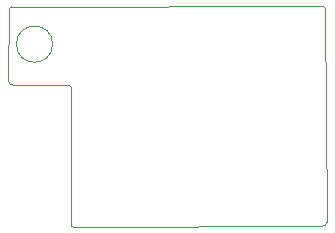
<source format=gm1>
G04 #@! TF.GenerationSoftware,KiCad,Pcbnew,(5.1.5)-3*
G04 #@! TF.CreationDate,2020-11-10T12:23:10+03:00*
G04 #@! TF.ProjectId,rasphat_proj2,72617370-6861-4745-9f70-726f6a322e6b,rev?*
G04 #@! TF.SameCoordinates,Original*
G04 #@! TF.FileFunction,Profile,NP*
%FSLAX46Y46*%
G04 Gerber Fmt 4.6, Leading zero omitted, Abs format (unit mm)*
G04 Created by KiCad (PCBNEW (5.1.5)-3) date 2020-11-10 12:23:10*
%MOMM*%
%LPD*%
G04 APERTURE LIST*
%ADD10C,0.050000*%
G04 APERTURE END LIST*
D10*
X62194635Y-72343696D02*
X35788600Y-72415400D01*
X62509073Y-90622993D02*
X62331599Y-72491601D01*
X41071800Y-91084399D02*
X62128400Y-91008200D01*
X40868600Y-79248000D02*
X40868601Y-90881201D01*
X35959368Y-79043128D02*
X40694137Y-79046842D01*
X35561765Y-72615646D02*
X35534601Y-78689199D01*
X62194636Y-72343696D02*
G75*
G02X62331599Y-72491601I-66236J-198704D01*
G01*
X62509073Y-90622993D02*
G75*
G02X62128401Y-91008199I-355273J-29607D01*
G01*
X41071800Y-91084398D02*
G75*
G02X40868601Y-90881201I-50800J152398D01*
G01*
X40694137Y-79046842D02*
G75*
G02X40868600Y-79248000I-28737J-201158D01*
G01*
X35959368Y-79043128D02*
G75*
G02X35534601Y-78689199I-43768J379328D01*
G01*
X35561765Y-72615646D02*
G75*
G02X35788600Y-72415400I226835J-28354D01*
G01*
X39288701Y-75590400D02*
G75*
G03X39288701Y-75590400I-1531601J0D01*
G01*
M02*

</source>
